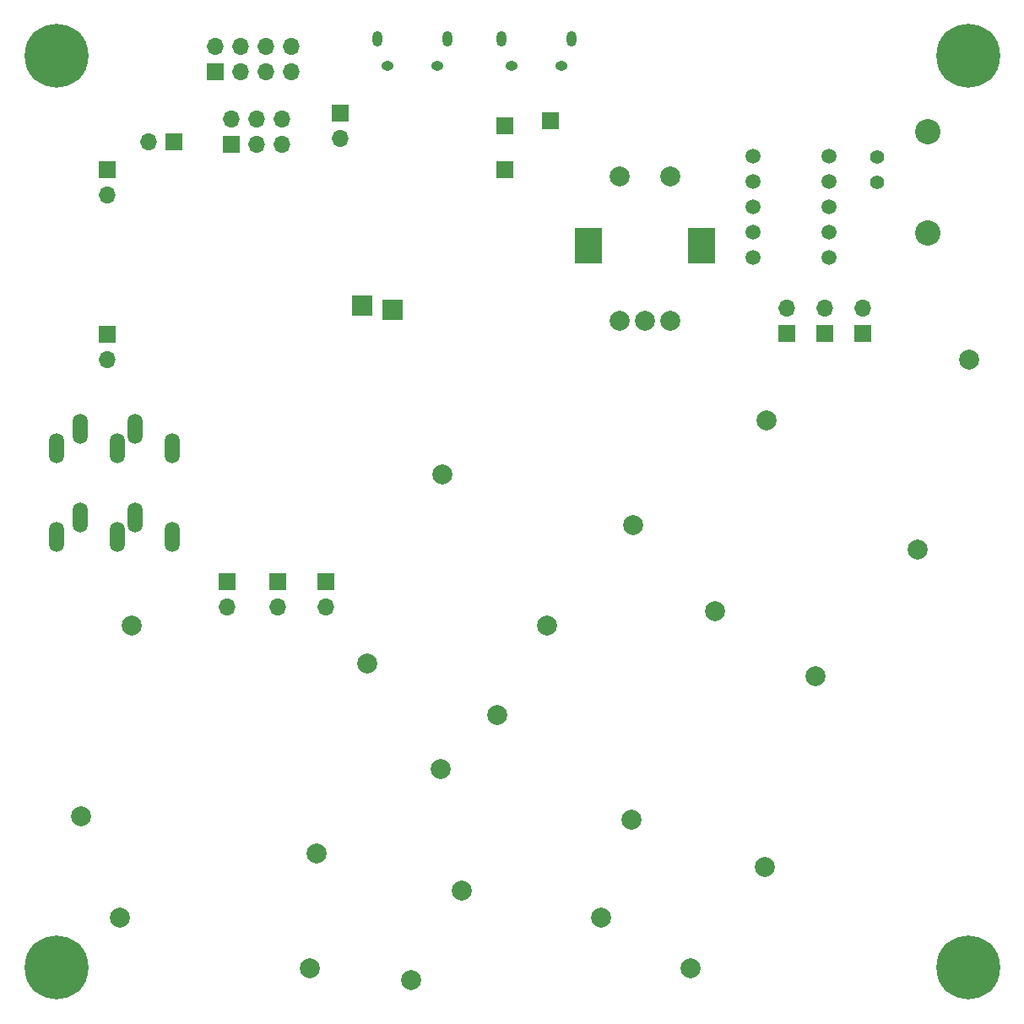
<source format=gbs>
G04 #@! TF.GenerationSoftware,KiCad,Pcbnew,(5.1.10)-1*
G04 #@! TF.CreationDate,2021-10-14T22:16:22+02:00*
G04 #@! TF.ProjectId,H7RTX-V2,48375254-582d-4563-922e-6b696361645f,rev?*
G04 #@! TF.SameCoordinates,Original*
G04 #@! TF.FileFunction,Soldermask,Bot*
G04 #@! TF.FilePolarity,Negative*
%FSLAX46Y46*%
G04 Gerber Fmt 4.6, Leading zero omitted, Abs format (unit mm)*
G04 Created by KiCad (PCBNEW (5.1.10)-1) date 2021-10-14 22:16:22*
%MOMM*%
%LPD*%
G01*
G04 APERTURE LIST*
%ADD10C,2.000000*%
%ADD11R,2.800000X3.600000*%
%ADD12O,1.700000X1.700000*%
%ADD13R,1.700000X1.700000*%
%ADD14R,2.000000X2.000000*%
%ADD15C,1.498600*%
%ADD16O,1.508000X3.016000*%
%ADD17C,1.397000*%
%ADD18C,2.540000*%
%ADD19O,1.000000X1.550000*%
%ADD20O,1.250000X0.950000*%
%ADD21C,0.800000*%
%ADD22C,6.400000*%
G04 APERTURE END LIST*
D10*
X206286000Y-78756000D03*
X203786000Y-78756000D03*
X201286000Y-78756000D03*
X206286000Y-64256000D03*
X201286000Y-64256000D03*
D11*
X209486000Y-71256000D03*
X198086000Y-71256000D03*
D12*
X154017000Y-60842000D03*
D13*
X156557000Y-60842000D03*
D12*
X168342600Y-51215400D03*
X168342600Y-53755400D03*
X165802600Y-51215400D03*
X165802600Y-53755400D03*
X163262600Y-51215400D03*
X163262600Y-53755400D03*
X160722600Y-51215400D03*
D13*
X160722600Y-53755400D03*
D14*
X175429200Y-77250400D03*
X178477200Y-77656800D03*
D12*
X167352000Y-58505200D03*
X167352000Y-61045200D03*
X164812000Y-58505200D03*
X164812000Y-61045200D03*
X162272000Y-58505200D03*
D13*
X162272000Y-61045200D03*
D15*
X214596000Y-62239000D03*
X214596000Y-64779000D03*
X214596000Y-67319000D03*
X214596000Y-69859000D03*
X214596000Y-72399000D03*
X222216000Y-72399000D03*
X222216000Y-69859000D03*
X222216000Y-67319000D03*
X222216000Y-64779000D03*
X222216000Y-62239000D03*
D13*
X194276000Y-58683000D03*
X189704000Y-59191000D03*
X189704000Y-63636000D03*
D10*
X210836800Y-107882800D03*
X215942200Y-88782000D03*
X199381400Y-138616800D03*
X208373000Y-143671400D03*
X236262200Y-82635200D03*
X231156800Y-101736000D03*
X175937200Y-113115200D03*
X170831800Y-132216000D03*
X215789800Y-133536800D03*
X220895200Y-114436000D03*
X202581800Y-99272200D03*
X183481000Y-94166800D03*
X202404000Y-128837800D03*
X183303200Y-123732400D03*
X170196800Y-143722200D03*
X151096000Y-138616800D03*
X188942000Y-118322200D03*
X193996600Y-109330600D03*
X180356800Y-144890600D03*
X185411400Y-135899000D03*
X147209800Y-128456800D03*
X152315200Y-109356000D03*
D12*
X221835000Y-77479000D03*
D13*
X221835000Y-80019000D03*
D12*
X225645000Y-77479000D03*
D13*
X225645000Y-80019000D03*
D12*
X218025000Y-77479000D03*
D13*
X218025000Y-80019000D03*
D12*
X171771600Y-107425600D03*
D13*
X171771600Y-104885600D03*
D12*
X166971000Y-107451000D03*
D13*
X166971000Y-104911000D03*
D12*
X161891000Y-107451000D03*
D13*
X161891000Y-104911000D03*
D12*
X173194000Y-60461000D03*
D13*
X173194000Y-57921000D03*
D16*
X144746000Y-100466000D03*
X147146000Y-98466000D03*
X150846000Y-100466000D03*
X152646000Y-98466000D03*
X156346000Y-100466000D03*
X144746000Y-91576000D03*
X147146000Y-89576000D03*
X150846000Y-91576000D03*
X152646000Y-89576000D03*
X156346000Y-91576000D03*
D17*
X227042000Y-64906000D03*
X227042000Y-62366000D03*
D18*
X232122000Y-59826000D03*
X232122000Y-69986000D03*
D12*
X149826000Y-82686000D03*
D13*
X149826000Y-80146000D03*
D12*
X149826000Y-66176000D03*
D13*
X149826000Y-63636000D03*
D19*
X189379000Y-50522000D03*
X196379000Y-50522000D03*
D20*
X195379000Y-53222000D03*
X190379000Y-53222000D03*
D19*
X176933000Y-50522000D03*
X183933000Y-50522000D03*
D20*
X182933000Y-53222000D03*
X177933000Y-53222000D03*
D21*
X146443056Y-141948944D03*
X144746000Y-141246000D03*
X143048944Y-141948944D03*
X142346000Y-143646000D03*
X143048944Y-145343056D03*
X144746000Y-146046000D03*
X146443056Y-145343056D03*
X147146000Y-143646000D03*
D22*
X144746000Y-143646000D03*
D21*
X237883056Y-50508944D03*
X236186000Y-49806000D03*
X234488944Y-50508944D03*
X233786000Y-52206000D03*
X234488944Y-53903056D03*
X236186000Y-54606000D03*
X237883056Y-53903056D03*
X238586000Y-52206000D03*
D22*
X236186000Y-52206000D03*
D21*
X237883056Y-141948944D03*
X236186000Y-141246000D03*
X234488944Y-141948944D03*
X233786000Y-143646000D03*
X234488944Y-145343056D03*
X236186000Y-146046000D03*
X237883056Y-145343056D03*
X238586000Y-143646000D03*
D22*
X236186000Y-143646000D03*
D21*
X146443056Y-50508944D03*
X144746000Y-49806000D03*
X143048944Y-50508944D03*
X142346000Y-52206000D03*
X143048944Y-53903056D03*
X144746000Y-54606000D03*
X146443056Y-53903056D03*
X147146000Y-52206000D03*
D22*
X144746000Y-52206000D03*
M02*

</source>
